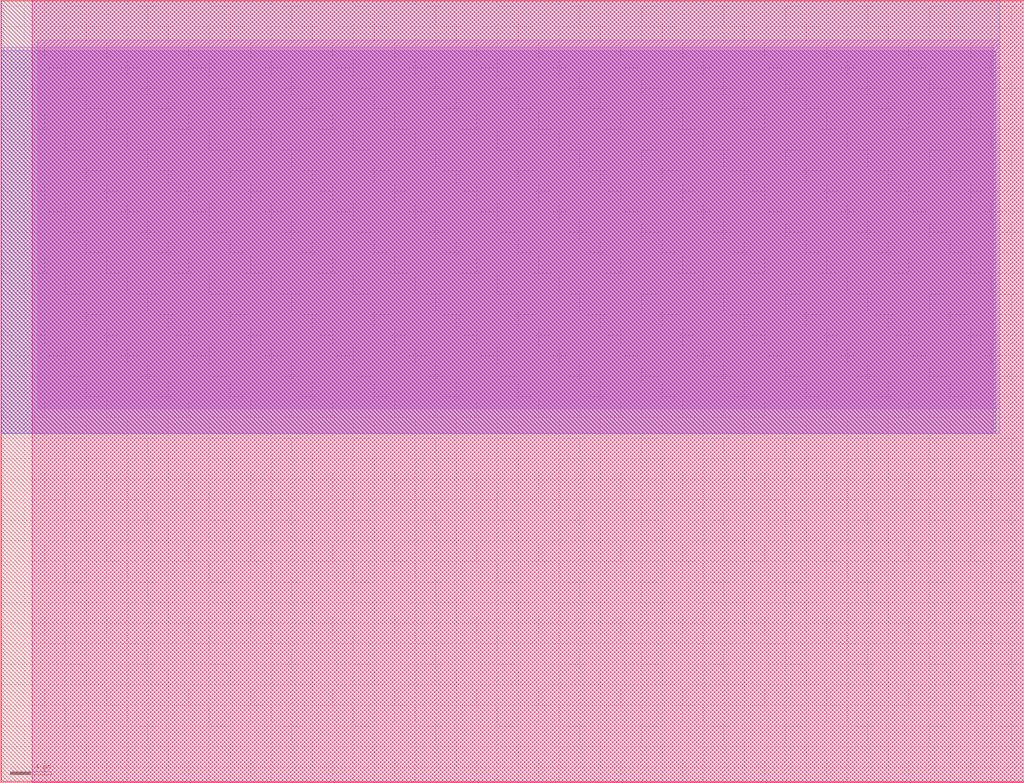
<source format=lef>
VERSION 5.7 ;
  NOWIREEXTENSIONATPIN ON ;
  DIVIDERCHAR "/" ;
  BUSBITCHARS "[]" ;
MACRO mirror_n
  CLASS BLOCK ;
  FOREIGN mirror_n ;
  ORIGIN 0.150 0.150 ;
  SIZE 4.250 BY 17.400 ;
  OBS
      LAYER pwell ;
        RECT -0.150 13.220 2.500 17.250 ;
        RECT -0.150 -0.150 4.100 13.220 ;
      LAYER li1 ;
        RECT -0.150 -0.150 4.100 17.250 ;
      LAYER met1 ;
        RECT 0.500 0.450 3.450 16.700 ;
      LAYER met2 ;
        RECT 0.050 -0.150 3.850 16.250 ;
  END
END mirror_n
MACRO mirror_p
  CLASS BLOCK ;
  FOREIGN mirror_p ;
  ORIGIN 1.600 9.400 ;
  SIZE 6.850 BY 17.900 ;
  OBS
      LAYER nwell ;
        RECT -1.600 4.330 2.030 8.490 ;
        RECT -1.600 -9.400 5.230 4.330 ;
      LAYER li1 ;
        RECT -1.600 -9.400 5.250 8.500 ;
      LAYER met1 ;
        RECT -0.950 -8.750 4.580 7.950 ;
      LAYER met2 ;
        RECT -1.200 -8.400 4.800 7.450 ;
      LAYER met3 ;
        RECT -1.250 -9.400 4.850 6.275 ;
  END
END mirror_p
MACRO sky130_fd_pr__cap_mim_m3_2_LJ5JLG
  CLASS BLOCK ;
  FOREIGN sky130_fd_pr__cap_mim_m3_2_LJ5JLG ;
  ORIGIN 16.755 15.500 ;
  SIZE 31.000 BY 31.000 ;
  OBS
      LAYER met4 ;
        RECT -16.755 -15.500 16.755 15.500 ;
      LAYER met5 ;
        RECT -16.175 -15.500 14.245 15.500 ;
        RECT 15.265 -15.505 16.865 15.505 ;
  END
END sky130_fd_pr__cap_mim_m3_2_LJ5JLG
MACRO cmirror_channel
  CLASS BLOCK ;
  FOREIGN cmirror_channel ;
  ORIGIN 0.300 55.500 ;
  SIZE 99.510 BY 76.120 ;
  OBS
      LAYER li1 ;
        RECT 3.300 -19.150 96.850 16.650 ;
      LAYER met1 ;
        RECT -0.300 -21.550 96.200 16.000 ;
      LAYER met2 ;
        RECT -0.250 -21.600 96.450 15.650 ;
      LAYER met3 ;
        RECT -0.300 -21.575 96.850 20.600 ;
      LAYER met4 ;
        RECT -0.255 -55.390 99.205 20.505 ;
      LAYER met5 ;
        RECT 2.750 -55.500 99.210 20.620 ;
  END
END cmirror_channel
END LIBRARY


</source>
